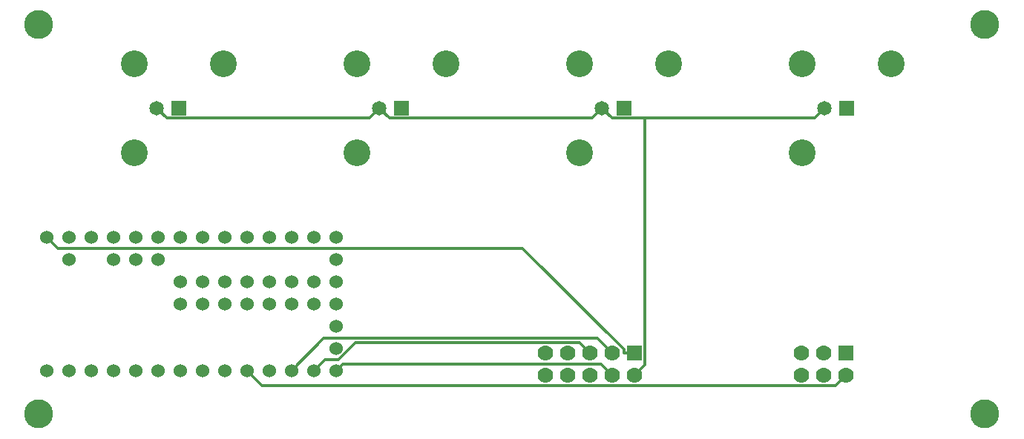
<source format=gbr>
G04 #@! TF.FileFunction,Copper,L1,Top,Signal*
%FSLAX46Y46*%
G04 Gerber Fmt 4.6, Leading zero omitted, Abs format (unit mm)*
G04 Created by KiCad (PCBNEW 4.0.7-e2-6376~58~ubuntu16.04.1) date Wed Jan 10 15:30:26 2018*
%MOMM*%
%LPD*%
G01*
G04 APERTURE LIST*
%ADD10C,0.100000*%
%ADD11R,1.778000X1.778000*%
%ADD12C,1.778000*%
%ADD13C,3.048000*%
%ADD14R,1.651000X1.651000*%
%ADD15C,1.651000*%
%ADD16C,3.302000*%
%ADD17C,1.524000*%
%ADD18C,0.304800*%
G04 APERTURE END LIST*
D10*
D11*
X121920000Y-91440000D03*
D12*
X121920000Y-93980000D03*
X119380000Y-91440000D03*
X119380000Y-93980000D03*
X116840000Y-91440000D03*
X116840000Y-93980000D03*
X114300000Y-91440000D03*
X114300000Y-93980000D03*
X111760000Y-91440000D03*
X111760000Y-93980000D03*
D11*
X146050000Y-91440000D03*
D12*
X146050000Y-93980000D03*
X143510000Y-91440000D03*
X143510000Y-93980000D03*
X140970000Y-91440000D03*
X140970000Y-93980000D03*
D13*
X64897000Y-58420000D03*
X75057000Y-58420000D03*
D14*
X69977000Y-63500000D03*
D15*
X67437000Y-63500000D03*
D13*
X64897000Y-68580000D03*
X90297000Y-58420000D03*
X100457000Y-58420000D03*
D14*
X95377000Y-63500000D03*
D15*
X92837000Y-63500000D03*
D13*
X90297000Y-68580000D03*
X115697000Y-58420000D03*
X125857000Y-58420000D03*
D14*
X120777000Y-63500000D03*
D15*
X118237000Y-63500000D03*
D13*
X115697000Y-68580000D03*
X141097000Y-58420000D03*
X151257000Y-58420000D03*
D14*
X146177000Y-63500000D03*
D15*
X143637000Y-63500000D03*
D13*
X141097000Y-68580000D03*
D16*
X53975000Y-53975000D03*
X161925000Y-53975000D03*
X53975000Y-98425000D03*
X161925000Y-98425000D03*
D17*
X54864000Y-93472000D03*
X57404000Y-93472000D03*
X59944000Y-93472000D03*
X62484000Y-93472000D03*
X65024000Y-93472000D03*
X67564000Y-93472000D03*
X70104000Y-93472000D03*
X72644000Y-93472000D03*
X75184000Y-93472000D03*
X77724000Y-93472000D03*
X80264000Y-93472000D03*
X82804000Y-93472000D03*
X85344000Y-93472000D03*
X87884000Y-93472000D03*
X87884000Y-90932000D03*
X87884000Y-88392000D03*
X87884000Y-85852000D03*
X87884000Y-83312000D03*
X87884000Y-80772000D03*
X87884000Y-78232000D03*
X85344000Y-78232000D03*
X82804000Y-78232000D03*
X80264000Y-78232000D03*
X77724000Y-78232000D03*
X75184000Y-78232000D03*
X72644000Y-78232000D03*
X70104000Y-78232000D03*
X67564000Y-78232000D03*
X65024000Y-78232000D03*
X62484000Y-78232000D03*
X59944000Y-78232000D03*
X57404000Y-78232000D03*
X54864000Y-78232000D03*
X70104000Y-85852000D03*
X72644000Y-85852000D03*
X75184000Y-85852000D03*
X77724000Y-85852000D03*
X80264000Y-85852000D03*
X82804000Y-85852000D03*
X85344000Y-85852000D03*
X85344000Y-83312000D03*
X82804000Y-83312000D03*
X80264000Y-83312000D03*
X77724000Y-83312000D03*
X75184000Y-83312000D03*
X72644000Y-83312000D03*
X70104000Y-83312000D03*
X67564000Y-80772000D03*
X65024000Y-80772000D03*
X62484000Y-80772000D03*
X57404000Y-80772000D03*
D18*
X120725900Y-91066800D02*
X120725900Y-91440000D01*
X109161100Y-79502000D02*
X120725900Y-91066800D01*
X56134000Y-79502000D02*
X109161100Y-79502000D01*
X54864000Y-78232000D02*
X56134000Y-79502000D01*
X121920000Y-91440000D02*
X120725900Y-91440000D01*
X68567700Y-64630700D02*
X67437000Y-63500000D01*
X91706300Y-64630700D02*
X68567700Y-64630700D01*
X92837000Y-63500000D02*
X91706300Y-64630700D01*
X117106400Y-64630600D02*
X118237000Y-63500000D01*
X93967600Y-64630600D02*
X117106400Y-64630600D01*
X92837000Y-63500000D02*
X93967600Y-64630600D01*
X123117100Y-92782900D02*
X121920000Y-93980000D01*
X123117100Y-64630700D02*
X123117100Y-92782900D01*
X119367700Y-64630700D02*
X123117100Y-64630700D01*
X118237000Y-63500000D02*
X119367700Y-64630700D01*
X142506300Y-64630700D02*
X143637000Y-63500000D01*
X123117100Y-64630700D02*
X142506300Y-64630700D01*
X117720500Y-89780500D02*
X119380000Y-91440000D01*
X86495500Y-89780500D02*
X117720500Y-89780500D01*
X82804000Y-93472000D02*
X86495500Y-89780500D01*
X118110000Y-92710000D02*
X119380000Y-93980000D01*
X88646000Y-92710000D02*
X118110000Y-92710000D01*
X87884000Y-93472000D02*
X88646000Y-92710000D01*
X115638100Y-90238100D02*
X116840000Y-91440000D01*
X90107900Y-90238100D02*
X115638100Y-90238100D01*
X88169600Y-92176400D02*
X90107900Y-90238100D01*
X86639600Y-92176400D02*
X88169600Y-92176400D01*
X85344000Y-93472000D02*
X86639600Y-92176400D01*
X144852600Y-95177400D02*
X146050000Y-93980000D01*
X79429400Y-95177400D02*
X144852600Y-95177400D01*
X77724000Y-93472000D02*
X79429400Y-95177400D01*
M02*

</source>
